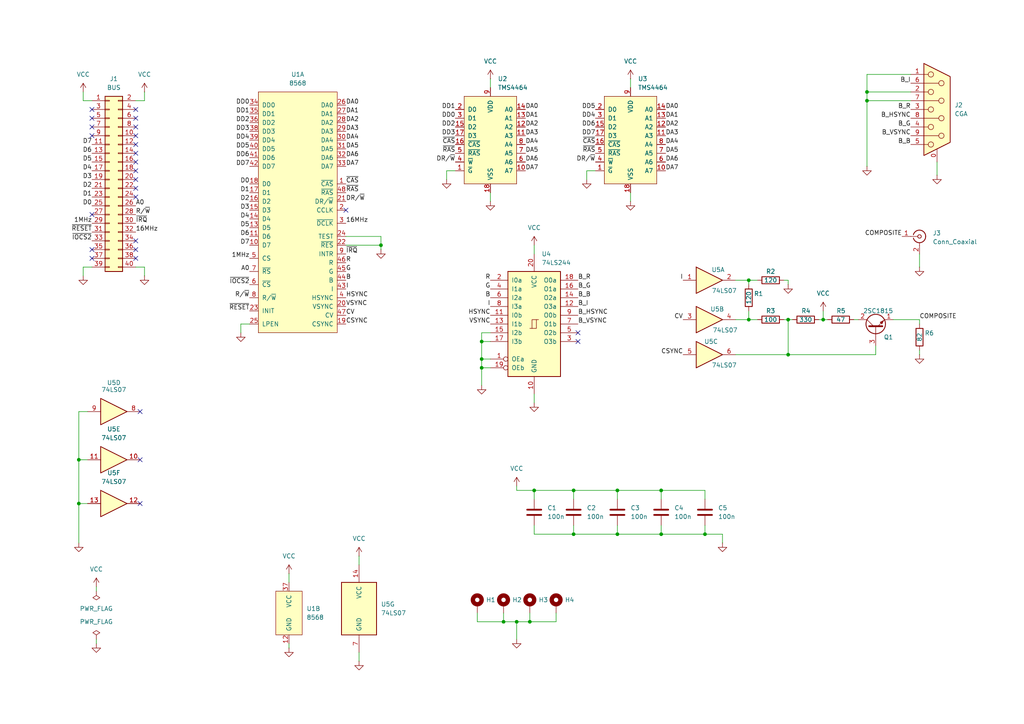
<source format=kicad_sch>
(kicad_sch (version 20250114) (generator "eeschema") (generator_version "9.0")
  (paper "A4")
  (lib_symbols
    (symbol "74xx:74LS07" (pin_names (offset 1.016))
      (property "Reference" "U" (at 0 1.27 0))
      (property "Value" "74LS07" (at 0 -1.27 0))
      (symbol "74LS07_1_0"
        (polyline (pts (xy -3.81 3.81) (xy -3.81 -3.81) (xy 3.81 0) (xy -3.81 3.81)) (stroke (width 0.254)) (fill (type background)))
        (pin input line (at -7.62 0 0) (length 3.81) (name "~") (number "1"))
        (pin open_collector line (at 7.62 0 180) (length 3.81) (name "~") (number "2"))
      )
      (symbol "74LS07_2_0"
        (polyline (pts (xy -3.81 3.81) (xy -3.81 -3.81) (xy 3.81 0) (xy -3.81 3.81)) (stroke (width 0.254)) (fill (type background)))
        (pin input line (at -7.62 0 0) (length 3.81) (name "~") (number "3"))
        (pin open_collector line (at 7.62 0 180) (length 3.81) (name "~") (number "4"))
      )
      (symbol "74LS07_3_0"
        (polyline (pts (xy -3.81 3.81) (xy -3.81 -3.81) (xy 3.81 0) (xy -3.81 3.81)) (stroke (width 0.254)) (fill (type background)))
        (pin input line (at -7.62 0 0) (length 3.81) (name "~") (number "5"))
        (pin open_collector line (at 7.62 0 180) (length 3.81) (name "~") (number "6"))
      )
      (symbol "74LS07_4_0"
        (polyline (pts (xy -3.81 3.81) (xy -3.81 -3.81) (xy 3.81 0) (xy -3.81 3.81)) (stroke (width 0.254)) (fill (type background)))
        (pin input line (at -7.62 0 0) (length 3.81) (name "~") (number "9"))
        (pin open_collector line (at 7.62 0 180) (length 3.81) (name "~") (number "8"))
      )
      (symbol "74LS07_5_0"
        (polyline (pts (xy -3.81 3.81) (xy -3.81 -3.81) (xy 3.81 0) (xy -3.81 3.81)) (stroke (width 0.254)) (fill (type background)))
        (pin input line (at -7.62 0 0) (length 3.81) (name "~") (number "11"))
        (pin open_collector line (at 7.62 0 180) (length 3.81) (name "~") (number "10"))
      )
      (symbol "74LS07_6_0"
        (polyline (pts (xy -3.81 3.81) (xy -3.81 -3.81) (xy 3.81 0) (xy -3.81 3.81)) (stroke (width 0.254)) (fill (type background)))
        (pin input line (at -7.62 0 0) (length 3.81) (name "~") (number "13"))
        (pin open_collector line (at 7.62 0 180) (length 3.81) (name "~") (number "12"))
      )
      (symbol "74LS07_7_0"
        (pin power_in line (at 0 12.7 270) (length 5.08) (name "VCC") (number "14"))
        (pin power_in line (at 0 -12.7 90) (length 5.08) (name "GND") (number "7"))
      )
      (symbol "74LS07_7_1"
        (rectangle (start -5.08 7.62) (end 5.08 -7.62) (stroke (width 0.254)) (fill (type background)))
      )
    )
    (symbol "74xx:74LS244" (pin_names (offset 1.016))
      (property "Reference" "U" (at -7.62 16.51 0))
      (property "Value" "74LS244" (at -7.62 -16.51 0))
      (symbol "74LS244_1_0"
        (polyline (pts (xy -1.27 -1.27) (xy 0.635 -1.27) (xy 0.635 1.27) (xy 1.27 1.27)))
        (polyline (pts (xy -0.635 -1.27) (xy -0.635 1.27) (xy 0.635 1.27)))
        (pin input line (at -12.7 12.7 0) (length 5.08) (name "I0a") (number "2"))
        (pin input line (at -12.7 10.16 0) (length 5.08) (name "I1a") (number "4"))
        (pin input line (at -12.7 7.62 0) (length 5.08) (name "I2a") (number "6"))
        (pin input line (at -12.7 5.08 0) (length 5.08) (name "I3a") (number "8"))
        (pin input line (at -12.7 2.54 0) (length 5.08) (name "I0b") (number "11"))
        (pin input line (at -12.7 0 0) (length 5.08) (name "I1b") (number "13"))
        (pin input line (at -12.7 -2.54 0) (length 5.08) (name "I2b") (number "15"))
        (pin input line (at -12.7 -5.08 0) (length 5.08) (name "I3b") (number "17"))
        (pin input inverted (at -12.7 -10.16 0) (length 5.08) (name "OEa") (number "1"))
        (pin input inverted (at -12.7 -12.7 0) (length 5.08) (name "OEb") (number "19"))
        (pin power_in line (at 0 20.32 270) (length 5.08) (name "VCC") (number "20"))
        (pin power_in line (at 0 -20.32 90) (length 5.08) (name "GND") (number "10"))
        (pin tri_state line (at 12.7 12.7 180) (length 5.08) (name "O0a") (number "18"))
        (pin tri_state line (at 12.7 10.16 180) (length 5.08) (name "O1a") (number "16"))
        (pin tri_state line (at 12.7 7.62 180) (length 5.08) (name "O2a") (number "14"))
        (pin tri_state line (at 12.7 5.08 180) (length 5.08) (name "O3a") (number "12"))
        (pin tri_state line (at 12.7 2.54 180) (length 5.08) (name "O0b") (number "9"))
        (pin tri_state line (at 12.7 0 180) (length 5.08) (name "O1b") (number "7"))
        (pin tri_state line (at 12.7 -2.54 180) (length 5.08) (name "O2b") (number "5"))
        (pin tri_state line (at 12.7 -5.08 180) (length 5.08) (name "O3b") (number "3"))
      )
      (symbol "74LS244_1_1"
        (rectangle (start -7.62 15.24) (end 7.62 -15.24) (stroke (width 0.254)) (fill (type background)))
      )
    )
    (symbol "Connector:Conn_Coaxial" (pin_names (offset 1.016) (hide yes))
      (property "Reference" "J" (at 0.254 3.048 0))
      (property "Value" "Conn_Coaxial" (at 2.921 0 90))
      (symbol "Conn_Coaxial_0_1"
        (polyline (pts (xy -2.54 0) (xy -0.508 0)))
        (arc (start 1.778 0) (mid 0.222 -1.8079) (end -1.778 -0.508) (stroke (width 0.254)))
        (arc (start -1.778 0.508) (mid 0.2221 1.8084) (end 1.778 0) (stroke (width 0.254)))
        (circle (center 0 0) (radius 0.508) (stroke (width 0.2032)))
        (polyline (pts (xy 0 -2.54) (xy 0 -1.778)))
      )
      (symbol "Conn_Coaxial_1_1"
        (pin passive line (at -5.08 0 0) (length 2.54) (name "In") (number "1"))
        (pin passive line (at 0 -5.08 90) (length 2.54) (name "Ext") (number "2"))
      )
    )
    (symbol "Connector:DE9_Socket_MountingHoles" (pin_names (offset 1.016) (hide yes))
      (property "Reference" "J" (at 0 16.51 0))
      (property "Value" "DE9_Socket_MountingHoles" (at 0 14.605 0))
      (symbol "DE9_Socket_MountingHoles_0_1"
        (polyline (pts (xy -3.81 13.335) (xy -3.81 -13.335) (xy 3.81 -9.525) (xy 3.81 9.525) (xy -3.81 13.335)) (stroke (width 0.254)) (fill (type background)))
        (polyline (pts (xy -3.81 10.16) (xy -2.54 10.16)))
        (polyline (pts (xy -3.81 7.62) (xy 0.508 7.62)))
        (polyline (pts (xy -3.81 5.08) (xy -2.54 5.08)))
        (polyline (pts (xy -3.81 2.54) (xy 0.508 2.54)))
        (polyline (pts (xy -3.81 0) (xy -2.54 0)))
        (polyline (pts (xy -3.81 -2.54) (xy 0.508 -2.54)))
        (polyline (pts (xy -3.81 -5.08) (xy -2.54 -5.08)))
        (polyline (pts (xy -3.81 -7.62) (xy 0.508 -7.62)))
        (polyline (pts (xy -3.81 -10.16) (xy -2.54 -10.16)))
        (circle (center -1.778 10.16) (radius 0.762))
        (circle (center -1.778 5.08) (radius 0.762))
        (circle (center -1.778 0) (radius 0.762))
        (circle (center -1.778 -5.08) (radius 0.762))
        (circle (center -1.778 -10.16) (radius 0.762))
        (circle (center 1.27 7.62) (radius 0.762))
        (circle (center 1.27 2.54) (radius 0.762))
        (circle (center 1.27 -2.54) (radius 0.762))
        (circle (center 1.27 -7.62) (radius 0.762))
      )
      (symbol "DE9_Socket_MountingHoles_1_1"
        (pin passive line (at -7.62 10.16 0) (length 3.81) (name "1") (number "1"))
        (pin passive line (at -7.62 7.62 0) (length 3.81) (name "6") (number "6"))
        (pin passive line (at -7.62 5.08 0) (length 3.81) (name "2") (number "2"))
        (pin passive line (at -7.62 2.54 0) (length 3.81) (name "7") (number "7"))
        (pin passive line (at -7.62 0 0) (length 3.81) (name "3") (number "3"))
        (pin passive line (at -7.62 -2.54 0) (length 3.81) (name "8") (number "8"))
        (pin passive line (at -7.62 -5.08 0) (length 3.81) (name "4") (number "4"))
        (pin passive line (at -7.62 -7.62 0) (length 3.81) (name "9") (number "9"))
        (pin passive line (at -7.62 -10.16 0) (length 3.81) (name "5") (number "5"))
        (pin passive line (at 0 -15.24 90) (length 3.81) (name "PAD") (number "0"))
      )
    )
    (symbol "Connector_Generic:Conn_02x20_Odd_Even" (pin_names (offset 1.016) (hide yes))
      (property "Reference" "J" (at 1.27 25.4 0))
      (property "Value" "Conn_02x20_Odd_Even" (at 1.27 -27.94 0))
      (symbol "Conn_02x20_Odd_Even_1_1"
        (rectangle (start -1.27 24.13) (end 3.81 -26.67) (stroke (width 0.254)) (fill (type background)))
        (rectangle (start -1.27 22.987) (end 0 22.733) (stroke (width 0.1524)))
        (rectangle (start -1.27 20.447) (end 0 20.193) (stroke (width 0.1524)))
        (rectangle (start -1.27 17.907) (end 0 17.653) (stroke (width 0.1524)))
        (rectangle (start -1.27 15.367) (end 0 15.113) (stroke (width 0.1524)))
        (rectangle (start -1.27 12.827) (end 0 12.573) (stroke (width 0.1524)))
        (rectangle (start -1.27 10.287) (end 0 10.033) (stroke (width 0.1524)))
        (rectangle (start -1.27 7.747) (end 0 7.493) (stroke (width 0.1524)))
        (rectangle (start -1.27 5.207) (end 0 4.953) (stroke (width 0.1524)))
        (rectangle (start -1.27 2.667) (end 0 2.413) (stroke (width 0.1524)))
        (rectangle (start -1.27 0.127) (end 0 -0.127) (stroke (width 0.1524)))
        (rectangle (start -1.27 -2.413) (end 0 -2.667) (stroke (width 0.1524)))
        (rectangle (start -1.27 -4.953) (end 0 -5.207) (stroke (width 0.1524)))
        (rectangle (start -1.27 -7.493) (end 0 -7.747) (stroke (width 0.1524)))
        (rectangle (start -1.27 -10.033) (end 0 -10.287) (stroke (width 0.1524)))
        (rectangle (start -1.27 -12.573) (end 0 -12.827) (stroke (width 0.1524)))
        (rectangle (start -1.27 -15.113) (end 0 -15.367) (stroke (width 0.1524)))
        (rectangle (start -1.27 -17.653) (end 0 -17.907) (stroke (width 0.1524)))
        (rectangle (start -1.27 -20.193) (end 0 -20.447) (stroke (width 0.1524)))
        (rectangle (start -1.27 -22.733) (end 0 -22.987) (stroke (width 0.1524)))
        (rectangle (start -1.27 -25.273) (end 0 -25.527) (stroke (width 0.1524)))
        (rectangle (start 3.81 22.987) (end 2.54 22.733) (stroke (width 0.1524)))
        (rectangle (start 3.81 20.447) (end 2.54 20.193) (stroke (width 0.1524)))
        (rectangle (start 3.81 17.907) (end 2.54 17.653) (stroke (width 0.1524)))
        (rectangle (start 3.81 15.367) (end 2.54 15.113) (stroke (width 0.1524)))
        (rectangle (start 3.81 12.827) (end 2.54 12.573) (stroke (width 0.1524)))
        (rectangle (start 3.81 10.287) (end 2.54 10.033) (stroke (width 0.1524)))
        (rectangle (start 3.81 7.747) (end 2.54 7.493) (stroke (width 0.1524)))
        (rectangle (start 3.81 5.207) (end 2.54 4.953) (stroke (width 0.1524)))
        (rectangle (start 3.81 2.667) (end 2.54 2.413) (stroke (width 0.1524)))
        (rectangle (start 3.81 0.127) (end 2.54 -0.127) (stroke (width 0.1524)))
        (rectangle (start 3.81 -2.413) (end 2.54 -2.667) (stroke (width 0.1524)))
        (rectangle (start 3.81 -4.953) (end 2.54 -5.207) (stroke (width 0.1524)))
        (rectangle (start 3.81 -7.493) (end 2.54 -7.747) (stroke (width 0.1524)))
        (rectangle (start 3.81 -10.033) (end 2.54 -10.287) (stroke (width 0.1524)))
        (rectangle (start 3.81 -12.573) (end 2.54 -12.827) (stroke (width 0.1524)))
        (rectangle (start 3.81 -15.113) (end 2.54 -15.367) (stroke (width 0.1524)))
        (rectangle (start 3.81 -17.653) (end 2.54 -17.907) (stroke (width 0.1524)))
        (rectangle (start 3.81 -20.193) (end 2.54 -20.447) (stroke (width 0.1524)))
        (rectangle (start 3.81 -22.733) (end 2.54 -22.987) (stroke (width 0.1524)))
        (rectangle (start 3.81 -25.273) (end 2.54 -25.527) (stroke (width 0.1524)))
        (pin passive line (at -5.08 22.86 0) (length 3.81) (name "Pin_1") (number "1"))
        (pin passive line (at -5.08 20.32 0) (length 3.81) (name "Pin_3") (number "3"))
        (pin passive line (at -5.08 17.78 0) (length 3.81) (name "Pin_5") (number "5"))
        (pin passive line (at -5.08 15.24 0) (length 3.81) (name "Pin_7") (number "7"))
        (pin passive line (at -5.08 12.7 0) (length 3.81) (name "Pin_9") (number "9"))
        (pin passive line (at -5.08 10.16 0) (length 3.81) (name "Pin_11") (number "11"))
        (pin passive line (at -5.08 7.62 0) (length 3.81) (name "Pin_13") (number "13"))
        (pin passive line (at -5.08 5.08 0) (length 3.81) (name "Pin_15") (number "15"))
        (pin passive line (at -5.08 2.54 0) (length 3.81) (name "Pin_17") (number "17"))
        (pin passive line (at -5.08 0 0) (length 3.81) (name "Pin_19") (number "19"))
        (pin passive line (at -5.08 -2.54 0) (length 3.81) (name "Pin_21") (number "21"))
        (pin passive line (at -5.08 -5.08 0) (length 3.81) (name "Pin_23") (number "23"))
        (pin passive line (at -5.08 -7.62 0) (length 3.81) (name "Pin_25") (number "25"))
        (pin passive line (at -5.08 -10.16 0) (length 3.81) (name "Pin_27") (number "27"))
        (pin passive line (at -5.08 -12.7 0) (length 3.81) (name "Pin_29") (number "29"))
        (pin passive line (at -5.08 -15.24 0) (length 3.81) (name "Pin_31") (number "31"))
        (pin passive line (at -5.08 -17.78 0) (length 3.81) (name "Pin_33") (number "33"))
        (pin passive line (at -5.08 -20.32 0) (length 3.81) (name "Pin_35") (number "35"))
        (pin passive line (at -5.08 -22.86 0) (length 3.81) (name "Pin_37") (number "37"))
        (pin passive line (at -5.08 -25.4 0) (length 3.81) (name "Pin_39") (number "39"))
        (pin passive line (at 7.62 22.86 180) (length 3.81) (name "Pin_2") (number "2"))
        (pin passive line (at 7.62 20.32 180) (length 3.81) (name "Pin_4") (number "4"))
        (pin passive line (at 7.62 17.78 180) (length 3.81) (name "Pin_6") (number "6"))
        (pin passive line (at 7.62 15.24 180) (length 3.81) (name "Pin_8") (number "8"))
        (pin passive line (at 7.62 12.7 180) (length 3.81) (name "Pin_10") (number "10"))
        (pin passive line (at 7.62 10.16 180) (length 3.81) (name "Pin_12") (number "12"))
        (pin passive line (at 7.62 7.62 180) (length 3.81) (name "Pin_14") (number "14"))
        (pin passive line (at 7.62 5.08 180) (length 3.81) (name "Pin_16") (number "16"))
        (pin passive line (at 7.62 2.54 180) (length 3.81) (name "Pin_18") (number "18"))
        (pin passive line (at 7.62 0 180) (length 3.81) (name "Pin_20") (number "20"))
        (pin passive line (at 7.62 -2.54 180) (length 3.81) (name "Pin_22") (number "22"))
        (pin passive line (at 7.62 -5.08 180) (length 3.81) (name "Pin_24") (number "24"))
        (pin passive line (at 7.62 -7.62 180) (length 3.81) (name "Pin_26") (number "26"))
        (pin passive line (at 7.62 -10.16 180) (length 3.81) (name "Pin_28") (number "28"))
        (pin passive line (at 7.62 -12.7 180) (length 3.81) (name "Pin_30") (number "30"))
        (pin passive line (at 7.62 -15.24 180) (length 3.81) (name "Pin_32") (number "32"))
        (pin passive line (at 7.62 -17.78 180) (length 3.81) (name "Pin_34") (number "34"))
        (pin passive line (at 7.62 -20.32 180) (length 3.81) (name "Pin_36") (number "36"))
        (pin passive line (at 7.62 -22.86 180) (length 3.81) (name "Pin_38") (number "38"))
        (pin passive line (at 7.62 -25.4 180) (length 3.81) (name "Pin_40") (number "40"))
      )
    )
    (symbol "Device:C" (pin_numbers (hide yes)) (pin_names (offset 0.254))
      (property "Reference" "C" (at 0.635 2.54 0))
      (property "Value" "C" (at 0.635 -2.54 0))
      (symbol "C_0_1"
        (polyline (pts (xy -2.032 0.762) (xy 2.032 0.762)) (stroke (width 0.508)))
        (polyline (pts (xy -2.032 -0.762) (xy 2.032 -0.762)) (stroke (width 0.508)))
      )
      (symbol "C_1_1"
        (pin passive line (at 0 3.81 270) (length 2.794) (name "~") (number "1"))
        (pin passive line (at 0 -3.81 90) (length 2.794) (name "~") (number "2"))
      )
    )
    (symbol "Device:R" (pin_numbers (hide yes)) (pin_names (offset 0))
      (property "Reference" "R" (at 2.032 0 90))
      (property "Value" "R" (at 0 0 90))
      (symbol "R_0_1"
        (rectangle (start -1.016 -2.54) (end 1.016 2.54) (stroke (width 0.254)))
      )
      (symbol "R_1_1"
        (pin passive line (at 0 3.81 270) (length 1.27) (name "~") (number "1"))
        (pin passive line (at 0 -3.81 90) (length 1.27) (name "~") (number "2"))
      )
    )
    (symbol "Mechanical:MountingHole_Pad" (pin_numbers (hide yes)) (pin_names (offset 1.016) (hide yes)) (in_bom no)
      (property "Reference" "H" (at 0 6.35 0))
      (property "Value" "MountingHole_Pad" (at 0 4.445 0))
      (symbol "MountingHole_Pad_0_1"
        (circle (center 0 1.27) (radius 1.27) (stroke (width 1.27)))
      )
      (symbol "MountingHole_Pad_1_1"
        (pin input line (at 0 -2.54 90) (length 2.54) (name "1") (number "1"))
      )
    )
    (symbol "Retro6502:8568" (pin_names (offset 1.016))
      (property "Reference" "U1" (at 0 38.1 0))
      (property "Value" "8568" (at 0 35.56 0))
      (property "Mouser" "517-4848-6000-CP" (at 0 0 0))
      (symbol "8568_1_1"
        (rectangle (start -11.43 33.02) (end 11.43 -36.83) (fill (type background)))
        (pin bidirectional line (at -13.97 29.21 0) (length 2.54) (name "DD0") (number "34"))
        (pin bidirectional line (at -13.97 26.67 0) (length 2.54) (name "DD1") (number "35"))
        (pin bidirectional line (at -13.97 24.13 0) (length 2.54) (name "DD2") (number "36"))
        (pin bidirectional line (at -13.97 21.59 0) (length 2.54) (name "DD3") (number "38"))
        (pin bidirectional line (at -13.97 19.05 0) (length 2.54) (name "DD4") (number "39"))
        (pin bidirectional line (at -13.97 16.51 0) (length 2.54) (name "DD5") (number "40"))
        (pin bidirectional line (at -13.97 13.97 0) (length 2.54) (name "DD6") (number "41"))
        (pin bidirectional line (at -13.97 11.43 0) (length 2.54) (name "DD7") (number "42"))
        (pin bidirectional line (at -13.97 6.35 0) (length 2.54) (name "D0") (number "18"))
        (pin bidirectional line (at -13.97 3.81 0) (length 2.54) (name "D1") (number "17"))
        (pin bidirectional line (at -13.97 1.27 0) (length 2.54) (name "D2") (number "16"))
        (pin bidirectional line (at -13.97 -1.27 0) (length 2.54) (name "D3") (number "15"))
        (pin bidirectional line (at -13.97 -3.81 0) (length 2.54) (name "D4") (number "14"))
        (pin bidirectional line (at -13.97 -6.35 0) (length 2.54) (name "D5") (number "13"))
        (pin bidirectional line (at -13.97 -8.89 0) (length 2.54) (name "D6") (number "11"))
        (pin bidirectional line (at -13.97 -11.43 0) (length 2.54) (name "D7") (number "10"))
        (pin input line (at -13.97 -15.24 0) (length 2.54) (name "CS") (number "5"))
        (pin input line (at -13.97 -19.05 0) (length 2.54) (name "~{RS}") (number "7"))
        (pin input line (at -13.97 -22.86 0) (length 2.54) (name "~{CS}") (number "6"))
        (pin input line (at -13.97 -26.67 0) (length 2.54) (name "R/~{W}") (number "8"))
        (pin input line (at -13.97 -30.48 0) (length 2.54) (name "INIT") (number "23"))
        (pin input line (at -13.97 -34.29 0) (length 2.54) (name "LPEN") (number "25"))
        (pin bidirectional line (at 13.97 29.21 180) (length 2.54) (name "DA0") (number "26"))
        (pin bidirectional line (at 13.97 26.67 180) (length 2.54) (name "DA1") (number "27"))
        (pin bidirectional line (at 13.97 24.13 180) (length 2.54) (name "DA2") (number "28"))
        (pin bidirectional line (at 13.97 21.59 180) (length 2.54) (name "DA3") (number "29"))
        (pin bidirectional line (at 13.97 19.05 180) (length 2.54) (name "DA4") (number "30"))
        (pin bidirectional line (at 13.97 16.51 180) (length 2.54) (name "DA5") (number "31"))
        (pin bidirectional line (at 13.97 13.97 180) (length 2.54) (name "DA6") (number "32"))
        (pin bidirectional line (at 13.97 11.43 180) (length 2.54) (name "DA7") (number "33"))
        (pin output line (at 13.97 6.35 180) (length 2.54) (name "~{CAS}") (number "1"))
        (pin output line (at 13.97 3.81 180) (length 2.54) (name "~{RAS}") (number "48"))
        (pin output line (at 13.97 1.27 180) (length 2.54) (name "DR/~{W}") (number "21"))
        (pin output line (at 13.97 -1.27 180) (length 2.54) (name "CCLK") (number "2"))
        (pin input line (at 13.97 -5.08 180) (length 2.54) (name "~{DCLK}") (number "3"))
        (pin input line (at 13.97 -8.89 180) (length 2.54) (name "TEST") (number "24"))
        (pin input line (at 13.97 -11.43 180) (length 2.54) (name "~{RES}") (number "22"))
        (pin output line (at 13.97 -13.97 180) (length 2.54) (name "INTR") (number "9"))
        (pin output line (at 13.97 -16.51 180) (length 2.54) (name "R") (number "46"))
        (pin output line (at 13.97 -19.05 180) (length 2.54) (name "G") (number "45"))
        (pin output line (at 13.97 -21.59 180) (length 2.54) (name "B") (number "44"))
        (pin output line (at 13.97 -24.13 180) (length 2.54) (name "I") (number "43"))
        (pin output line (at 13.97 -26.67 180) (length 2.54) (name "HSYNC") (number "4"))
        (pin output line (at 13.97 -29.21 180) (length 2.54) (name "VSYNC") (number "20"))
        (pin output line (at 13.97 -31.75 180) (length 2.54) (name "CV") (number "47"))
        (pin output line (at 13.97 -34.29 180) (length 2.54) (name "CSYNC") (number "19"))
      )
      (symbol "8568_2_1"
        (rectangle (start -3.81 6.35) (end 3.81 -6.35) (fill (type background)))
        (pin power_in line (at 0 8.89 270) (length 2.54) (name "VCC") (number "37"))
        (pin power_in line (at 0 -8.89 90) (length 2.54) (name "GND") (number "12"))
      )
    )
    (symbol "Retro6502:TMS4464" (pin_names (offset 1.016))
      (property "Reference" "U2" (at 2.1433 17.78 0))
      (property "Value" "TMS4464" (at 2.1433 15.24 0))
      (symbol "TMS4464_0_1"
        (rectangle (start -7.62 12.7) (end 7.62 -12.7) (fill (type background)))
      )
      (symbol "TMS4464_1_1"
        (pin tri_state line (at -10.16 8.89 0) (length 2.54) (name "D0") (number "2"))
        (pin tri_state line (at -10.16 6.35 0) (length 2.54) (name "D1") (number "3"))
        (pin tri_state line (at -10.16 3.81 0) (length 2.54) (name "D2") (number "15"))
        (pin tri_state line (at -10.16 1.27 0) (length 2.54) (name "D3") (number "17"))
        (pin input line (at -10.16 -1.27 0) (length 2.54) (name "~{CAS}") (number "16"))
        (pin input line (at -10.16 -3.81 0) (length 2.54) (name "~{RAS}") (number "5"))
        (pin input line (at -10.16 -6.35 0) (length 2.54) (name "~{W}") (number "4"))
        (pin input line (at -10.16 -8.89 0) (length 2.54) (name "~{G}") (number "1"))
        (pin power_in line (at 0 15.24 270) (length 2.54) (name "VDD") (number "9"))
        (pin power_in line (at 0 -15.24 90) (length 2.54) (name "VSS") (number "18"))
        (pin input line (at 10.16 8.89 180) (length 2.54) (name "A0") (number "14"))
        (pin input line (at 10.16 6.35 180) (length 2.54) (name "A1") (number "13"))
        (pin input line (at 10.16 3.81 180) (length 2.54) (name "A2") (number "12"))
        (pin input line (at 10.16 1.27 180) (length 2.54) (name "A3") (number "11"))
        (pin input line (at 10.16 -1.27 180) (length 2.54) (name "A4") (number "8"))
        (pin input line (at 10.16 -3.81 180) (length 2.54) (name "A5") (number "7"))
        (pin input line (at 10.16 -6.35 180) (length 2.54) (name "A6") (number "6"))
        (pin input line (at 10.16 -8.89 180) (length 2.54) (name "A7") (number "10"))
      )
    )
    (symbol "Transistor_BJT:Q_NPN_ECB" (pin_names (offset 0) (hide yes))
      (property "Reference" "Q" (at 5.08 1.27 0))
      (property "Value" "Q_NPN_ECB" (at 5.08 -1.27 0))
      (symbol "Q_NPN_ECB_0_1"
        (polyline (pts (xy -2.54 0) (xy 0.635 0)))
        (polyline (pts (xy 0.635 1.905) (xy 0.635 -1.905)) (stroke (width 0.508)))
        (circle (center 1.27 0) (radius 2.8194) (stroke (width 0.254)))
      )
      (symbol "Q_NPN_ECB_1_1"
        (polyline (pts (xy 0.635 0.635) (xy 2.54 2.54)))
        (polyline (pts (xy 0.635 -0.635) (xy 2.54 -2.54)))
        (polyline (pts (xy 1.27 -1.778) (xy 1.778 -1.27) (xy 2.286 -2.286) (xy 1.27 -1.778)) (fill (type outline)))
        (pin input line (at -5.08 0 0) (length 2.54) (name "B") (number "3"))
        (pin passive line (at 2.54 5.08 270) (length 2.54) (name "C") (number "2"))
        (pin passive line (at 2.54 -5.08 90) (length 2.54) (name "E") (number "1"))
      )
    )
    (symbol "power:GND" (power) (pin_numbers (hide yes)) (pin_names (offset 0) (hide yes))
      (property "Value" "GND" (at 0 -3.81 0))
      (symbol "GND_0_1"
        (polyline (pts (xy 0 0) (xy 0 -1.27) (xy 1.27 -1.27) (xy 0 -2.54) (xy -1.27 -1.27) (xy 0 -1.27)))
      )
      (symbol "GND_1_1"
        (pin power_in line (at 0 0 270) (length 0) (name "~") (number "1"))
      )
    )
    (symbol "power:PWR_FLAG" (power) (pin_numbers (hide yes)) (pin_names (offset 0) (hide yes))
      (property "Value" "PWR_FLAG" (at 0 3.81 0))
      (symbol "PWR_FLAG_0_0"
        (pin power_out line (at 0 0 90) (length 0) (name "~") (number "1"))
      )
      (symbol "PWR_FLAG_0_1"
        (polyline (pts (xy 0 0) (xy 0 1.27) (xy -1.016 1.905) (xy 0 2.54) (xy 1.016 1.905) (xy 0 1.27)))
      )
    )
    (symbol "power:VCC" (power) (pin_numbers (hide yes)) (pin_names (offset 0) (hide yes))
      (property "Value" "VCC" (at 0 3.556 0))
      (symbol "VCC_0_1"
        (polyline (pts (xy -0.762 1.27) (xy 0 2.54)))
        (polyline (pts (xy 0 2.54) (xy 0.762 1.27)))
        (polyline (pts (xy 0 0) (xy 0 2.54)))
      )
      (symbol "VCC_1_1"
        (pin power_in line (at 0 0 90) (length 0) (name "~") (number "1"))
      )
    )
  )
  (junction (at 22.86 146.05))
  (junction (at 110.49 71.12))
  (junction (at 166.37 154.94))
  (junction (at 251.46 26.67))
  (junction (at 191.77 154.94))
  (junction (at 238.76 92.71))
  (junction (at 139.7 106.68))
  (junction (at 154.94 142.24))
  (junction (at 228.6 92.71))
  (junction (at 228.6 102.87))
  (junction (at 139.7 99.06))
  (junction (at 22.86 133.35))
  (junction (at 251.46 29.21))
  (junction (at 149.86 180.34))
  (junction (at 179.07 142.24))
  (junction (at 139.7 104.14))
  (junction (at 217.17 81.28))
  (junction (at 191.77 142.24))
  (junction (at 179.07 154.94))
  (junction (at 217.17 92.71))
  (junction (at 166.37 142.24))
  (junction (at 146.05 180.34))
  (junction (at 204.47 154.94))
  (junction (at 153.67 180.34))
  (no_connect (at 26.67 31.75))
  (no_connect (at 39.37 41.91))
  (no_connect (at 100.33 60.96))
  (no_connect (at 39.37 31.75))
  (no_connect (at 26.67 72.39))
  (no_connect (at 39.37 54.61))
  (no_connect (at 39.37 69.85))
  (no_connect (at 26.67 36.83))
  (no_connect (at 39.37 74.93))
  (no_connect (at 39.37 57.15))
  (no_connect (at 40.64 146.05))
  (no_connect (at 39.37 36.83))
  (no_connect (at 39.37 49.53))
  (no_connect (at 26.67 39.37))
  (no_connect (at 39.37 34.29))
  (no_connect (at 39.37 44.45))
  (no_connect (at 40.64 133.35))
  (no_connect (at 26.67 62.23))
  (no_connect (at 26.67 34.29))
  (no_connect (at 39.37 52.07))
  (no_connect (at 26.67 74.93))
  (no_connect (at 167.64 99.06))
  (no_connect (at 40.64 119.38))
  (no_connect (at 39.37 46.99))
  (no_connect (at 39.37 72.39))
  (no_connect (at 39.37 39.37))
  (no_connect (at 167.64 96.52))
  (wire (pts (xy 146.05 177.8) (xy 146.05 180.34)))
  (wire (pts (xy 104.14 189.23) (xy 104.14 191.77)))
  (wire (pts (xy 27.94 185.42) (xy 27.94 186.69)))
  (wire (pts (xy 166.37 154.94) (xy 179.07 154.94)))
  (wire (pts (xy 139.7 96.52) (xy 139.7 99.06)))
  (wire (pts (xy 217.17 92.71) (xy 219.71 92.71)))
  (wire (pts (xy 22.86 146.05) (xy 22.86 157.48)))
  (wire (pts (xy 217.17 81.28) (xy 219.71 81.28)))
  (wire (pts (xy 166.37 142.24) (xy 166.37 144.78)))
  (wire (pts (xy 161.29 180.34) (xy 161.29 177.8)))
  (wire (pts (xy 238.76 92.71) (xy 238.76 90.17)))
  (wire (pts (xy 191.77 142.24) (xy 191.77 144.78)))
  (wire (pts (xy 154.94 142.24) (xy 166.37 142.24)))
  (wire (pts (xy 22.86 133.35) (xy 25.4 133.35)))
  (wire (pts (xy 191.77 154.94) (xy 204.47 154.94)))
  (wire (pts (xy 110.49 68.58) (xy 100.33 68.58)))
  (wire (pts (xy 251.46 26.67) (xy 251.46 29.21)))
  (wire (pts (xy 182.88 22.86) (xy 182.88 25.4)))
  (wire (pts (xy 27.94 171.45) (xy 27.94 170.18)))
  (wire (pts (xy 213.36 102.87) (xy 228.6 102.87)))
  (wire (pts (xy 149.86 180.34) (xy 149.86 185.42)))
  (wire (pts (xy 191.77 142.24) (xy 204.47 142.24)))
  (wire (pts (xy 110.49 72.39) (xy 110.49 71.12)))
  (wire (pts (xy 139.7 99.06) (xy 139.7 104.14)))
  (wire (pts (xy 251.46 21.59) (xy 251.46 26.67)))
  (wire (pts (xy 227.33 92.71) (xy 228.6 92.71)))
  (wire (pts (xy 271.78 46.99) (xy 271.78 50.8)))
  (wire (pts (xy 22.86 119.38) (xy 22.86 133.35)))
  (wire (pts (xy 39.37 29.21) (xy 41.91 29.21)))
  (wire (pts (xy 228.6 92.71) (xy 228.6 102.87)))
  (wire (pts (xy 24.13 77.47) (xy 26.67 77.47)))
  (wire (pts (xy 247.65 92.71) (xy 248.92 92.71)))
  (wire (pts (xy 154.94 142.24) (xy 154.94 144.78)))
  (wire (pts (xy 228.6 102.87) (xy 254 102.87)))
  (wire (pts (xy 138.43 180.34) (xy 146.05 180.34)))
  (wire (pts (xy 154.94 71.12) (xy 154.94 73.66)))
  (wire (pts (xy 170.18 52.07) (xy 170.18 49.53)))
  (wire (pts (xy 149.86 140.97) (xy 149.86 142.24)))
  (wire (pts (xy 217.17 82.55) (xy 217.17 81.28)))
  (wire (pts (xy 149.86 142.24) (xy 154.94 142.24)))
  (wire (pts (xy 142.24 96.52) (xy 139.7 96.52)))
  (wire (pts (xy 146.05 180.34) (xy 149.86 180.34)))
  (wire (pts (xy 237.49 92.71) (xy 238.76 92.71)))
  (wire (pts (xy 251.46 29.21) (xy 264.16 29.21)))
  (wire (pts (xy 217.17 90.17) (xy 217.17 92.71)))
  (wire (pts (xy 191.77 152.4) (xy 191.77 154.94)))
  (wire (pts (xy 129.54 49.53) (xy 132.08 49.53)))
  (wire (pts (xy 204.47 142.24) (xy 204.47 144.78)))
  (wire (pts (xy 139.7 106.68) (xy 139.7 111.76)))
  (wire (pts (xy 138.43 177.8) (xy 138.43 180.34)))
  (wire (pts (xy 251.46 29.21) (xy 251.46 48.26)))
  (wire (pts (xy 129.54 52.07) (xy 129.54 49.53)))
  (wire (pts (xy 182.88 55.88) (xy 182.88 58.42)))
  (wire (pts (xy 153.67 177.8) (xy 153.67 180.34)))
  (wire (pts (xy 69.85 93.98) (xy 72.39 93.98)))
  (wire (pts (xy 69.85 96.52) (xy 69.85 93.98)))
  (wire (pts (xy 266.7 73.66) (xy 266.7 77.47)))
  (wire (pts (xy 170.18 49.53) (xy 172.72 49.53)))
  (wire (pts (xy 139.7 106.68) (xy 142.24 106.68)))
  (wire (pts (xy 179.07 142.24) (xy 179.07 144.78)))
  (wire (pts (xy 26.67 29.21) (xy 24.13 29.21)))
  (wire (pts (xy 259.08 92.71) (xy 266.7 92.71)))
  (wire (pts (xy 179.07 142.24) (xy 191.77 142.24)))
  (wire (pts (xy 83.82 166.37) (xy 83.82 168.91)))
  (wire (pts (xy 204.47 154.94) (xy 209.55 154.94)))
  (wire (pts (xy 153.67 180.34) (xy 161.29 180.34)))
  (wire (pts (xy 41.91 77.47) (xy 39.37 77.47)))
  (wire (pts (xy 228.6 81.28) (xy 227.33 81.28)))
  (wire (pts (xy 254 102.87) (xy 254 100.33)))
  (wire (pts (xy 149.86 180.34) (xy 153.67 180.34)))
  (wire (pts (xy 41.91 26.67) (xy 41.91 29.21)))
  (wire (pts (xy 25.4 119.38) (xy 22.86 119.38)))
  (wire (pts (xy 142.24 55.88) (xy 142.24 58.42)))
  (wire (pts (xy 139.7 104.14) (xy 139.7 106.68)))
  (wire (pts (xy 166.37 142.24) (xy 179.07 142.24)))
  (wire (pts (xy 139.7 104.14) (xy 142.24 104.14)))
  (wire (pts (xy 213.36 81.28) (xy 217.17 81.28)))
  (wire (pts (xy 213.36 92.71) (xy 217.17 92.71)))
  (wire (pts (xy 228.6 81.28) (xy 228.6 82.55)))
  (wire (pts (xy 238.76 92.71) (xy 240.03 92.71)))
  (wire (pts (xy 179.07 154.94) (xy 191.77 154.94)))
  (wire (pts (xy 251.46 26.67) (xy 264.16 26.67)))
  (wire (pts (xy 166.37 152.4) (xy 166.37 154.94)))
  (wire (pts (xy 266.7 101.6) (xy 266.7 102.87)))
  (wire (pts (xy 22.86 146.05) (xy 25.4 146.05)))
  (wire (pts (xy 154.94 152.4) (xy 154.94 154.94)))
  (wire (pts (xy 104.14 161.29) (xy 104.14 163.83)))
  (wire (pts (xy 41.91 80.01) (xy 41.91 77.47)))
  (wire (pts (xy 209.55 154.94) (xy 209.55 157.48)))
  (wire (pts (xy 204.47 152.4) (xy 204.47 154.94)))
  (wire (pts (xy 110.49 71.12) (xy 110.49 68.58)))
  (wire (pts (xy 100.33 71.12) (xy 110.49 71.12)))
  (wire (pts (xy 264.16 21.59) (xy 251.46 21.59)))
  (wire (pts (xy 228.6 92.71) (xy 229.87 92.71)))
  (wire (pts (xy 179.07 152.4) (xy 179.07 154.94)))
  (wire (pts (xy 83.82 186.69) (xy 83.82 187.96)))
  (wire (pts (xy 139.7 99.06) (xy 142.24 99.06)))
  (wire (pts (xy 24.13 26.67) (xy 24.13 29.21)))
  (wire (pts (xy 142.24 22.86) (xy 142.24 25.4)))
  (wire (pts (xy 22.86 133.35) (xy 22.86 146.05)))
  (wire (pts (xy 266.7 92.71) (xy 266.7 93.98)))
  (wire (pts (xy 24.13 80.01) (xy 24.13 77.47)))
  (wire (pts (xy 154.94 154.94) (xy 166.37 154.94)))
  (wire (pts (xy 154.94 114.3) (xy 154.94 116.84)))
  (label "DD2" (at 132.08 36.83 180))
  (label "DD4" (at 172.72 34.29 180))
  (label "DA7" (at 100.33 48.26 0))
  (label "DD4" (at 72.39 40.64 180))
  (label "DA5" (at 193.04 44.45 0))
  (label "COMPOSITE" (at 266.7 92.71 0))
  (label "D3" (at 72.39 60.96 180))
  (label "DA4" (at 100.33 40.64 0))
  (label "DR{slash}~{W}" (at 172.72 46.99 180))
  (label "DA7" (at 193.04 49.53 0))
  (label "A0" (at 72.39 78.74 180))
  (label "B_B" (at 167.64 86.36 0))
  (label "R{slash}~{W}" (at 72.39 86.36 180))
  (label "VSYNC" (at 142.24 93.98 180))
  (label "DD6" (at 172.72 36.83 180))
  (label "I" (at 100.33 83.82 0))
  (label "D5" (at 72.39 66.04 180))
  (label "DA4" (at 193.04 41.91 0))
  (label "DA3" (at 152.4 39.37 0))
  (label "DA6" (at 100.33 45.72 0))
  (label "DR{slash}~{W}" (at 100.33 58.42 0))
  (label "G" (at 142.24 83.82 180))
  (label "~{RESET}" (at 26.67 67.31 180))
  (label "DD3" (at 72.39 38.1 180))
  (label "DA0" (at 193.04 31.75 0))
  (label "D1" (at 26.67 57.15 180))
  (label "D4" (at 26.67 49.53 180))
  (label "DD3" (at 132.08 39.37 180))
  (label "DD0" (at 72.39 30.48 180))
  (label "R" (at 100.33 76.2 0))
  (label "DA1" (at 193.04 34.29 0))
  (label "D3" (at 26.67 52.07 180))
  (label "CV" (at 198.12 92.71 180))
  (label "B_R" (at 167.64 81.28 0))
  (label "D0" (at 26.67 59.69 180))
  (label "~{RAS}" (at 100.33 55.88 0))
  (label "DD7" (at 172.72 39.37 180))
  (label "B_HSYNC" (at 264.16 34.29 180))
  (label "DA5" (at 100.33 43.18 0))
  (label "DA2" (at 193.04 36.83 0))
  (label "B_VSYNC" (at 167.64 93.98 0))
  (label "D1" (at 72.39 55.88 180))
  (label "DA6" (at 193.04 46.99 0))
  (label "B_I" (at 264.16 24.13 180))
  (label "D7" (at 26.67 41.91 180))
  (label "DA1" (at 100.33 33.02 0))
  (label "~{CAS}" (at 132.08 41.91 180))
  (label "~{RESET}" (at 72.39 90.17 180))
  (label "G" (at 100.33 78.74 0))
  (label "DD5" (at 72.39 43.18 180))
  (label "B_B" (at 264.16 41.91 180))
  (label "D6" (at 72.39 68.58 180))
  (label "~{CAS}" (at 172.72 41.91 180))
  (label "~{IRQ}" (at 100.33 73.66 0))
  (label "DA5" (at 152.4 44.45 0))
  (label "DD5" (at 172.72 31.75 180))
  (label "DA3" (at 100.33 38.1 0))
  (label "D4" (at 72.39 63.5 180))
  (label "DD6" (at 72.39 45.72 180))
  (label "16MHz" (at 100.33 64.77 0))
  (label "DA2" (at 100.33 35.56 0))
  (label "B_I" (at 167.64 88.9 0))
  (label "B_VSYNC" (at 264.16 39.37 180))
  (label "DA3" (at 193.04 39.37 0))
  (label "~{IRQ}" (at 39.37 64.77 0))
  (label "D6" (at 26.67 44.45 180))
  (label "DA4" (at 152.4 41.91 0))
  (label "~{RAS}" (at 132.08 44.45 180))
  (label "D2" (at 26.67 54.61 180))
  (label "D0" (at 72.39 53.34 180))
  (label "B" (at 100.33 81.28 0))
  (label "DA2" (at 152.4 36.83 0))
  (label "A0" (at 39.37 59.69 0))
  (label "I" (at 142.24 88.9 180))
  (label "DD1" (at 132.08 31.75 180))
  (label "D5" (at 26.67 46.99 180))
  (label "D7" (at 72.39 71.12 180))
  (label "DD0" (at 132.08 34.29 180))
  (label "HSYNC" (at 100.33 86.36 0))
  (label "DA1" (at 152.4 34.29 0))
  (label "DD7" (at 72.39 48.26 180))
  (label "CV" (at 100.33 91.44 0))
  (label "DD1" (at 72.39 33.02 180))
  (label "1MHz" (at 26.67 64.77 180))
  (label "B_HSYNC" (at 167.64 91.44 0))
  (label "DA7" (at 152.4 49.53 0))
  (label "I" (at 198.12 81.28 180))
  (label "B_G" (at 264.16 36.83 180))
  (label "COMPOSITE" (at 261.62 68.58 180))
  (label "R{slash}~{W}" (at 39.37 62.23 0))
  (label "1MHz" (at 72.39 74.93 180))
  (label "16MHz" (at 39.37 67.31 0))
  (label "~{IOCS2}" (at 26.67 69.85 180))
  (label "DA0" (at 152.4 31.75 0))
  (label "DD2" (at 72.39 35.56 180))
  (label "D2" (at 72.39 58.42 180))
  (label "B_R" (at 264.16 31.75 180))
  (label "CSYNC" (at 198.12 102.87 180))
  (label "B_G" (at 167.64 83.82 0))
  (label "~{RAS}" (at 172.72 44.45 180))
  (label "DR{slash}~{W}" (at 132.08 46.99 180))
  (label "DA6" (at 152.4 46.99 0))
  (label "~{IOCS2}" (at 72.39 82.55 180))
  (label "VSYNC" (at 100.33 88.9 0))
  (label "HSYNC" (at 142.24 91.44 180))
  (label "R" (at 142.24 81.28 180))
  (label "CSYNC" (at 100.33 93.98 0))
  (label "~{CAS}" (at 100.33 53.34 0))
  (label "B" (at 142.24 86.36 180))
  (label "DA0" (at 100.33 30.48 0))
  (symbol (lib_id "Device:R") (at 217.17 86.36 0) (unit 1) (in_bom no)
    (property "Reference" "R1" (at 218.6686 85.1916 0) (effects (justify left)))
    (property "Value" "120" (at 217.17 86.36 90))
    (property "Footprint" "Resistor_THT:R_Axial_DIN0207_L6.3mm_D2.5mm_P10.16mm_Horizontal" (effects (hide yes)))
    (property "Description" "Resistor" (effects (hide yes)))
  )
  (symbol (lib_id "Device:R") (at 223.52 81.28 270) (unit 1) (in_bom no)
    (property "Reference" "R2" (at 223.52 78.74 90))
    (property "Value" "120" (at 223.52 81.28 90))
    (property "Footprint" "Resistor_THT:R_Axial_DIN0207_L6.3mm_D2.5mm_P10.16mm_Horizontal" (effects (hide yes)))
    (property "Description" "Resistor" (effects (hide yes)))
  )
  (symbol (lib_id "Device:R") (at 223.52 92.71 270) (unit 1) (in_bom no)
    (property "Reference" "R3" (at 223.52 90.17 90))
    (property "Value" "100" (at 223.52 92.71 90))
    (property "Footprint" "Resistor_THT:R_Axial_DIN0207_L6.3mm_D2.5mm_P10.16mm_Horizontal" (effects (hide yes)))
    (property "Description" "Resistor" (effects (hide yes)))
  )
  (symbol (lib_id "Device:R") (at 233.68 92.71 90) (unit 1) (in_bom no)
    (property "Reference" "R4" (at 232.41 90.17 90) (effects (justify right)))
    (property "Value" "330" (at 233.68 92.71 90))
    (property "Footprint" "Resistor_THT:R_Axial_DIN0207_L6.3mm_D2.5mm_P10.16mm_Horizontal" (effects (hide yes)))
    (property "Description" "Resistor" (effects (hide yes)))
  )
  (symbol (lib_id "Transistor_BJT:Q_NPN_ECB") (at 254 95.25 90) (unit 1)
    (property "Reference" "Q1" (at 259.08 97.79 90) (effects (justify left)))
    (property "Value" "2SC1815" (at 259.08 90.17 90) (effects (justify left)))
    (property "Footprint" "Package_TO_SOT_THT:TO-92L_Inline_Wide" (effects (hide yes)))
    (property "Description" "NPN transistor, emitter/collector/base" (effects (hide yes)))
    (property "Mouser" "512-KSC1815YTA" (effects (hide yes)))
  )
  (symbol (lib_id "Device:R") (at 266.7 97.79 180) (unit 1) (in_bom no)
    (property "Reference" "R6" (at 268.1986 96.6216 0) (effects (justify right)))
    (property "Value" "82" (at 266.7 97.79 90))
    (property "Footprint" "Resistor_THT:R_Axial_DIN0207_L6.3mm_D2.5mm_P10.16mm_Horizontal" (effects (hide yes)))
    (property "Description" "Resistor" (effects (hide yes)))
  )
  (symbol (lib_id "Device:R") (at 243.84 92.71 90) (unit 1) (in_bom no)
    (property "Reference" "R5" (at 242.57 90.17 90) (effects (justify right)))
    (property "Value" "47" (at 243.84 92.71 90))
    (property "Footprint" "Resistor_THT:R_Axial_DIN0207_L6.3mm_D2.5mm_P10.16mm_Horizontal" (effects (hide yes)))
    (property "Description" "Resistor" (effects (hide yes)))
  )
  (symbol (lib_id "power:GND") (at 154.94 116.84 0) (unit 1)
    (property "Reference" "#PWR045" (effects (hide yes)))
    (property "Value" "GND" (effects (hide yes)))
    (property "Description" "Power symbol creates a global label with name \"GND\" , ground" (effects (hide yes)))
  )
  (symbol (lib_id "power:PWR_FLAG") (at 27.94 171.45 0) (mirror x) (unit 1)
    (property "Reference" "#FLG02" (effects (hide yes)))
    (property "Value" "PWR_FLAG" (at 27.94 176.53 0))
    (property "Description" "Special symbol for telling ERC where power comes from" (effects (hide yes)))
  )
  (symbol (lib_id "power:VCC") (at 142.24 22.86 0) (unit 1)
    (property "Reference" "#PWR033" (effects (hide yes)))
    (property "Value" "VCC" (at 142.24 17.78 0))
    (property "Description" "Power symbol creates a global label with name \"VCC\"" (effects (hide yes)))
  )
  (symbol (lib_id "power:VCC") (at 27.94 170.18 0) (unit 1)
    (property "Reference" "#PWR041" (effects (hide yes)))
    (property "Value" "VCC" (at 27.94 165.1 0))
    (property "Description" "Power symbol creates a global label with name \"VCC\"" (effects (hide yes)))
  )
  (symbol (lib_id "Connector:DE9_Socket_MountingHoles") (at 271.78 31.75 0) (unit 1)
    (property "Reference" "J2" (at 276.86 30.4799 0) (effects (justify left)))
    (property "Value" "CGA" (at 276.86 33.0199 0) (effects (justify left)))
    (property "Footprint" "Retro6502:DSUB-9_Female_Horizontal_P2.77x2.84mm_EdgePinOffset7.70mm_Housed_MountingHolesOffset9.12mm" (effects (hide yes)))
    (property "Description" "9-pin D-SUB connector, socket (female), Mounting Hole" (effects (hide yes)))
    (property "Mouser" "636-182-009-213R181" (effects (hide yes)))
  )
  (symbol (lib_id "power:GND") (at 69.85 96.52 0) (mirror y) (unit 1)
    (property "Reference" "#PWR027" (effects (hide yes)))
    (property "Value" "GND" (effects (hide yes)))
    (property "Description" "Power symbol creates a global label with name \"GND\" , ground" (effects (hide yes)))
  )
  (symbol (lib_id "power:GND") (at 83.82 187.96 0) (mirror y) (unit 1)
    (property "Reference" "#PWR037" (effects (hide yes)))
    (property "Value" "GND" (effects (hide yes)))
    (property "Description" "Power symbol creates a global label with name \"GND\" , ground" (effects (hide yes)))
  )
  (symbol (lib_id "power:VCC") (at 238.76 90.17 0) (unit 1)
    (property "Reference" "#PWR046" (effects (hide yes)))
    (property "Value" "VCC" (at 238.76 85.09 0))
    (property "Description" "Power symbol creates a global label with name \"VCC\"" (effects (hide yes)))
  )
  (symbol (lib_id "Device:C") (at 204.47 148.59 0) (unit 1) (in_bom no)
    (property "Reference" "C5" (at 208.28 147.3199 0) (effects (justify left)))
    (property "Value" "100n" (at 208.28 149.8599 0) (effects (justify left)))
    (property "Footprint" "Capacitor_THT:C_Disc_D4.3mm_W1.9mm_P5.00mm" (effects (hide yes)))
    (property "Description" "Unpolarized capacitor" (effects (hide yes)))
  )
  (symbol (lib_id "power:GND") (at 170.18 52.07 0) (unit 1)
    (property "Reference" "#PWR031" (effects (hide yes)))
    (property "Value" "GND" (effects (hide yes)))
    (property "Description" "Power symbol creates a global label with name \"GND\" , ground" (effects (hide yes)))
  )
  (symbol (lib_id "power:GND") (at 209.55 157.48 0) (mirror y) (unit 1)
    (property "Reference" "#PWR040" (effects (hide yes)))
    (property "Value" "GND" (effects (hide yes)))
    (property "Description" "Power symbol creates a global label with name \"GND\" , ground" (effects (hide yes)))
  )
  (symbol (lib_id "power:GND") (at 149.86 185.42 0) (unit 1)
    (property "Reference" "#PWR020" (effects (hide yes)))
    (property "Value" "GND" (effects (hide yes)))
    (property "Description" "Power symbol creates a global label with name \"GND\" , ground" (effects (hide yes)))
  )
  (symbol (lib_id "power:GND") (at 104.14 191.77 0) (mirror y) (unit 1)
    (property "Reference" "#PWR038" (effects (hide yes)))
    (property "Value" "GND" (effects (hide yes)))
    (property "Description" "Power symbol creates a global label with name \"GND\" , ground" (effects (hide yes)))
  )
  (symbol (lib_id "Connector_Generic:Conn_02x20_Odd_Even") (at 31.75 52.07 0) (unit 1)
    (property "Reference" "J1" (at 33.02 22.86 0))
    (property "Value" "BUS" (at 33.02 25.4 0))
    (property "Footprint" "Connector_PinHeader_2.54mm:PinHeader_2x20_P2.54mm_Vertical" (effects (hide yes)))
    (property "Description" "Generic connector, double row, 02x20, odd/even pin numbering scheme (row 1 odd numbers, row 2 even numbers), script generated (kicad-library-utils/schlib/autogen/connector/)" (effects (hide yes)))
    (property "Mouser" "649-1012938294004BLF" (effects (hide yes)))
  )
  (symbol (lib_id "power:GND") (at 129.54 52.07 0) (unit 1)
    (property "Reference" "#PWR025" (effects (hide yes)))
    (property "Value" "GND" (effects (hide yes)))
    (property "Description" "Power symbol creates a global label with name \"GND\" , ground" (effects (hide yes)))
  )
  (symbol (lib_id "power:GND") (at 139.7 111.76 0) (mirror y) (unit 1)
    (property "Reference" "#PWR028" (effects (hide yes)))
    (property "Value" "GND" (effects (hide yes)))
    (property "Description" "Power symbol creates a global label with name \"GND\" , ground" (effects (hide yes)))
  )
  (symbol (lib_id "Device:C") (at 179.07 148.59 0) (unit 1) (in_bom no)
    (property "Reference" "C3" (at 182.88 147.3199 0) (effects (justify left)))
    (property "Value" "100n" (at 182.88 149.8599 0) (effects (justify left)))
    (property "Footprint" "Capacitor_THT:C_Disc_D4.3mm_W1.9mm_P5.00mm" (effects (hide yes)))
    (property "Description" "Unpolarized capacitor" (effects (hide yes)))
  )
  (symbol (lib_id "power:VCC") (at 149.86 140.97 0) (unit 1)
    (property "Reference" "#PWR039" (effects (hide yes)))
    (property "Value" "VCC" (at 149.86 135.89 0))
    (property "Description" "Power symbol creates a global label with name \"VCC\"" (effects (hide yes)))
  )
  (symbol (lib_id "power:VCC") (at 182.88 22.86 0) (unit 1)
    (property "Reference" "#PWR034" (effects (hide yes)))
    (property "Value" "VCC" (at 182.88 17.78 0))
    (property "Description" "Power symbol creates a global label with name \"VCC\"" (effects (hide yes)))
  )
  (symbol (lib_id "power:VCC") (at 104.14 161.29 0) (unit 1)
    (property "Reference" "#PWR036" (effects (hide yes)))
    (property "Value" "VCC" (at 104.14 156.21 0))
    (property "Description" "Power symbol creates a global label with name \"VCC\"" (effects (hide yes)))
  )
  (symbol (lib_id "power:GND") (at 24.13 80.01 0) (unit 1)
    (property "Reference" "#PWR022" (effects (hide yes)))
    (property "Value" "GND" (effects (hide yes)))
    (property "Description" "Power symbol creates a global label with name \"GND\" , ground" (effects (hide yes)))
  )
  (symbol (lib_id "74xx:74LS07") (at 205.74 102.87 0) (unit 3)
    (property "Reference" "U5" (at 206.248 99.06 0))
    (property "Value" "74LS07" (at 210.058 105.918 0))
    (property "Footprint" "Package_DIP:DIP-14_W7.62mm" (effects (hide yes)))
    (property "Datasheet" "www.ti.com/lit/ds/symlink/sn74ls07.pdf" (effects (hide yes)))
    (property "Description" "Hex Buffers and Drivers With Open Collector High Voltage Outputs" (effects (hide yes)))
    (property "Mouser" "595-SN74LS07N" (effects (hide yes)))
  )
  (symbol (lib_id "power:GND") (at 41.91 80.01 0) (mirror y) (unit 1)
    (property "Reference" "#PWR021" (effects (hide yes)))
    (property "Value" "GND" (effects (hide yes)))
    (property "Description" "Power symbol creates a global label with name \"GND\" , ground" (effects (hide yes)))
  )
  (symbol (lib_id "power:VCC") (at 41.91 26.67 0) (unit 1)
    (property "Reference" "#PWR023" (effects (hide yes)))
    (property "Value" "VCC" (at 41.91 21.59 0))
    (property "Description" "Power symbol creates a global label with name \"VCC\"" (effects (hide yes)))
  )
  (symbol (lib_id "power:GND") (at 271.78 50.8 0) (unit 1)
    (property "Reference" "#PWR050" (effects (hide yes)))
    (property "Value" "GND" (effects (hide yes)))
    (property "Description" "Power symbol creates a global label with name \"GND\" , ground" (effects (hide yes)))
  )
  (symbol (lib_id "Device:C") (at 154.94 148.59 0) (unit 1) (in_bom no)
    (property "Reference" "C1" (at 158.75 147.3199 0) (effects (justify left)))
    (property "Value" "100n" (at 158.75 149.8599 0) (effects (justify left)))
    (property "Footprint" "Capacitor_THT:C_Disc_D4.3mm_W1.9mm_P5.00mm" (effects (hide yes)))
    (property "Description" "Unpolarized capacitor" (effects (hide yes)))
  )
  (symbol (lib_id "power:GND") (at 142.24 58.42 0) (unit 1)
    (property "Reference" "#PWR043" (effects (hide yes)))
    (property "Value" "GND" (effects (hide yes)))
    (property "Description" "Power symbol creates a global label with name \"GND\" , ground" (effects (hide yes)))
  )
  (symbol (lib_id "power:GND") (at 228.6 82.55 0) (unit 1)
    (property "Reference" "#PWR047" (effects (hide yes)))
    (property "Value" "GND" (effects (hide yes)))
    (property "Description" "Power symbol creates a global label with name \"GND\" , ground" (effects (hide yes)))
  )
  (symbol (lib_id "Retro6502:TMS4464") (at 142.24 40.64 0) (unit 1)
    (property "Reference" "U2" (at 144.3833 22.86 0) (effects (justify left)))
    (property "Value" "TMS4464" (at 144.3833 25.4 0) (effects (justify left)))
    (property "Footprint" "Package_DIP:DIP-18_W7.62mm_Socket" (effects (hide yes)))
    (property "Description" "65536x4-Bbit Dynamic Random-Access Memory (DRAM)" (effects (hide yes)))
  )
  (symbol (lib_id "power:GND") (at 182.88 58.42 0) (unit 1)
    (property "Reference" "#PWR044" (effects (hide yes)))
    (property "Value" "GND" (effects (hide yes)))
    (property "Description" "Power symbol creates a global label with name \"GND\" , ground" (effects (hide yes)))
  )
  (symbol (lib_id "74xx:74LS07") (at 205.74 81.28 0) (unit 1)
    (property "Reference" "U5" (at 208.28 78.232 0))
    (property "Value" "74LS07" (at 210.058 84.328 0))
    (property "Footprint" "Package_DIP:DIP-14_W7.62mm" (effects (hide yes)))
    (property "Datasheet" "www.ti.com/lit/ds/symlink/sn74ls07.pdf" (effects (hide yes)))
    (property "Description" "Hex Buffers and Drivers With Open Collector High Voltage Outputs" (effects (hide yes)))
    (property "Mouser" "595-SN74LS07N" (effects (hide yes)))
  )
  (symbol (lib_id "74xx:74LS07") (at 33.02 146.05 0) (unit 6)
    (property "Reference" "U5" (at 33.02 137.16 0))
    (property "Value" "74LS07" (at 33.02 139.7 0))
    (property "Footprint" "Package_DIP:DIP-14_W7.62mm" (effects (hide yes)))
    (property "Datasheet" "www.ti.com/lit/ds/symlink/sn74ls07.pdf" (effects (hide yes)))
    (property "Description" "Hex Buffers and Drivers With Open Collector High Voltage Outputs" (effects (hide yes)))
    (property "Mouser" "595-SN74LS07N" (effects (hide yes)))
  )
  (symbol (lib_id "power:GND") (at 266.7 102.87 0) (unit 1)
    (property "Reference" "#PWR048" (effects (hide yes)))
    (property "Value" "GND" (effects (hide yes)))
    (property "Description" "Power symbol creates a global label with name \"GND\" , ground" (effects (hide yes)))
  )
  (symbol (lib_id "power:GND") (at 110.49 72.39 0) (mirror y) (unit 1)
    (property "Reference" "#PWR026" (effects (hide yes)))
    (property "Value" "GND" (effects (hide yes)))
    (property "Description" "Power symbol creates a global label with name \"GND\" , ground" (effects (hide yes)))
  )
  (symbol (lib_id "Mechanical:MountingHole_Pad") (at 161.29 175.26 0) (unit 1) (in_bom no)
    (property "Reference" "H4" (at 163.83 173.9899 0) (effects (justify left)))
    (property "Value" "MountingHole_Pad" (effects (hide yes)))
    (property "Footprint" "MountingHole:MountingHole_3.2mm_M3_Pad_Via" (effects (hide yes)))
    (property "Description" "Mounting Hole with connection" (effects (hide yes)))
  )
  (symbol (lib_id "74xx:74LS07") (at 33.02 119.38 0) (unit 4)
    (property "Reference" "U5" (at 33.02 110.998 0))
    (property "Value" "74LS07" (at 33.02 113.03 0))
    (property "Footprint" "Package_DIP:DIP-14_W7.62mm" (effects (hide yes)))
    (property "Datasheet" "www.ti.com/lit/ds/symlink/sn74ls07.pdf" (effects (hide yes)))
    (property "Description" "Hex Buffers and Drivers With Open Collector High Voltage Outputs" (effects (hide yes)))
    (property "Mouser" "595-SN74LS07N" (effects (hide yes)))
  )
  (symbol (lib_id "Connector:Conn_Coaxial") (at 266.7 68.58 0) (unit 1)
    (property "Reference" "J3" (at 270.51 67.6031 0) (effects (justify left)))
    (property "Value" "Conn_Coaxial" (at 270.51 70.1431 0) (effects (justify left)))
    (property "Footprint" "Retro6502:SwitchCraft-PJRA" (effects (hide yes)))
    (property "Description" "coaxial connector (BNC, SMA, SMB, SMC, Cinch/RCA, LEMO, ...)" (effects (hide yes)))
    (property "Mouser" "502-PJRAN1X1U04AUX" (effects (hide yes)))
  )
  (symbol (lib_id "power:GND") (at 266.7 77.47 0) (unit 1)
    (property "Reference" "#PWR049" (effects (hide yes)))
    (property "Value" "GND" (effects (hide yes)))
    (property "Description" "Power symbol creates a global label with name \"GND\" , ground" (effects (hide yes)))
  )
  (symbol (lib_id "74xx:74LS07") (at 205.74 92.71 0) (unit 2)
    (property "Reference" "U5" (at 208.026 89.662 0))
    (property "Value" "74LS07" (at 210.312 95.758 0))
    (property "Footprint" "Package_DIP:DIP-14_W7.62mm" (effects (hide yes)))
    (property "Datasheet" "www.ti.com/lit/ds/symlink/sn74ls07.pdf" (effects (hide yes)))
    (property "Description" "Hex Buffers and Drivers With Open Collector High Voltage Outputs" (effects (hide yes)))
    (property "Mouser" "595-SN74LS07N" (effects (hide yes)))
  )
  (symbol (lib_id "Device:C") (at 166.37 148.59 0) (unit 1) (in_bom no)
    (property "Reference" "C2" (at 170.18 147.3199 0) (effects (justify left)))
    (property "Value" "100n" (at 170.18 149.8599 0) (effects (justify left)))
    (property "Footprint" "Capacitor_THT:C_Disc_D4.3mm_W1.9mm_P5.00mm" (effects (hide yes)))
    (property "Description" "Unpolarized capacitor" (effects (hide yes)))
  )
  (symbol (lib_id "74xx:74LS07") (at 104.14 176.53 0) (unit 7)
    (property "Reference" "U5" (at 110.49 175.2599 0) (effects (justify left)))
    (property "Value" "74LS07" (at 110.49 177.7999 0) (effects (justify left)))
    (property "Footprint" "Package_DIP:DIP-14_W7.62mm" (effects (hide yes)))
    (property "Datasheet" "www.ti.com/lit/ds/symlink/sn74ls07.pdf" (effects (hide yes)))
    (property "Description" "Hex Buffers and Drivers With Open Collector High Voltage Outputs" (effects (hide yes)))
    (property "Mouser" "595-SN74LS07N" (effects (hide yes)))
  )
  (symbol (lib_id "Device:C") (at 191.77 148.59 0) (unit 1) (in_bom no)
    (property "Reference" "C4" (at 195.58 147.3199 0) (effects (justify left)))
    (property "Value" "100n" (at 195.58 149.8599 0) (effects (justify left)))
    (property "Footprint" "Capacitor_THT:C_Disc_D4.3mm_W1.9mm_P5.00mm" (effects (hide yes)))
    (property "Description" "Unpolarized capacitor" (effects (hide yes)))
  )
  (symbol (lib_id "power:VCC") (at 24.13 26.67 0) (unit 1)
    (property "Reference" "#PWR024" (effects (hide yes)))
    (property "Value" "VCC" (at 24.13 21.59 0))
    (property "Description" "Power symbol creates a global label with name \"VCC\"" (effects (hide yes)))
  )
  (symbol (lib_id "Mechanical:MountingHole_Pad") (at 146.05 175.26 0) (unit 1) (in_bom no)
    (property "Reference" "H2" (at 148.59 173.9899 0) (effects (justify left)))
    (property "Value" "MountingHole_Pad" (effects (hide yes)))
    (property "Footprint" "MountingHole:MountingHole_3.2mm_M3_Pad_Via" (effects (hide yes)))
    (property "Description" "Mounting Hole with connection" (effects (hide yes)))
  )
  (symbol (lib_id "power:VCC") (at 83.82 166.37 0) (unit 1)
    (property "Reference" "#PWR035" (effects (hide yes)))
    (property "Value" "VCC" (at 83.82 161.29 0))
    (property "Description" "Power symbol creates a global label with name \"VCC\"" (effects (hide yes)))
  )
  (symbol (lib_id "74xx:74LS07") (at 33.02 133.35 0) (unit 5)
    (property "Reference" "U5" (at 33.02 124.46 0))
    (property "Value" "74LS07" (at 33.02 127 0))
    (property "Footprint" "Package_DIP:DIP-14_W7.62mm" (effects (hide yes)))
    (property "Datasheet" "www.ti.com/lit/ds/symlink/sn74ls07.pdf" (effects (hide yes)))
    (property "Description" "Hex Buffers and Drivers With Open Collector High Voltage Outputs" (effects (hide yes)))
    (property "Mouser" "595-SN74LS07N" (effects (hide yes)))
  )
  (symbol (lib_id "Retro6502:TMS4464") (at 182.88 40.64 0) (unit 1)
    (property "Reference" "U3" (at 185.0233 22.86 0) (effects (justify left)))
    (property "Value" "TMS4464" (at 185.0233 25.4 0) (effects (justify left)))
    (property "Footprint" "Package_DIP:DIP-18_W7.62mm_Socket" (effects (hide yes)))
    (property "Description" "65536x4-Bbit Dynamic Random-Access Memory (DRAM)" (effects (hide yes)))
  )
  (symbol (lib_id "power:PWR_FLAG") (at 27.94 185.42 0) (unit 1)
    (property "Reference" "#FLG01" (effects (hide yes)))
    (property "Value" "PWR_FLAG" (at 27.94 180.34 0))
    (property "Description" "Special symbol for telling ERC where power comes from" (effects (hide yes)))
  )
  (symbol (lib_id "Mechanical:MountingHole_Pad") (at 153.67 175.26 0) (unit 1) (in_bom no)
    (property "Reference" "H3" (at 156.21 173.9899 0) (effects (justify left)))
    (property "Value" "MountingHole_Pad" (effects (hide yes)))
    (property "Footprint" "MountingHole:MountingHole_3.2mm_M3_Pad_Via" (effects (hide yes)))
    (property "Description" "Mounting Hole with connection" (effects (hide yes)))
  )
  (symbol (lib_id "Mechanical:MountingHole_Pad") (at 138.43 175.26 0) (unit 1) (in_bom no)
    (property "Reference" "H1" (at 140.97 173.9899 0) (effects (justify left)))
    (property "Value" "MountingHole_Pad" (effects (hide yes)))
    (property "Footprint" "MountingHole:MountingHole_3.2mm_M3_Pad_Via" (effects (hide yes)))
    (property "Description" "Mounting Hole with connection" (effects (hide yes)))
  )
  (symbol (lib_id "power:GND") (at 27.94 186.69 0) (mirror y) (unit 1)
    (property "Reference" "#PWR042" (effects (hide yes)))
    (property "Value" "GND" (effects (hide yes)))
    (property "Description" "Power symbol creates a global label with name \"GND\" , ground" (effects (hide yes)))
  )
  (symbol (lib_id "power:VCC") (at 154.94 71.12 0) (unit 1)
    (property "Reference" "#PWR032" (effects (hide yes)))
    (property "Value" "VCC" (at 154.94 66.04 0))
    (property "Description" "Power symbol creates a global label with name \"VCC\"" (effects (hide yes)))
  )
  (symbol (lib_id "power:GND") (at 22.86 157.48 0) (mirror y) (unit 1)
    (property "Reference" "#PWR030" (effects (hide yes)))
    (property "Value" "GND" (effects (hide yes)))
    (property "Description" "Power symbol creates a global label with name \"GND\" , ground" (effects (hide yes)))
  )
  (symbol (lib_id "power:GND") (at 251.46 48.26 0) (mirror y) (unit 1)
    (property "Reference" "#PWR029" (effects (hide yes)))
    (property "Value" "GND" (effects (hide yes)))
    (property "Description" "Power symbol creates a global label with name \"GND\" , ground" (effects (hide yes)))
  )
  (symbol (lib_id "Retro6502:8568") (at 83.82 177.8 0) (unit 2)
    (property "Reference" "U1" (at 88.9 176.5299 0) (effects (justify left)))
    (property "Value" "8568" (at 88.9 179.0699 0) (effects (justify left)))
    (property "Footprint" "Package_DIP:DIP-48_W15.24mm_Socket" (effects (hide yes)))
    (property "Description" "Commodore 128 80-column VDC" (effects (hide yes)))
    (property "Mouser" "517-4848-6000-CP" (effects (hide yes)))
  )
  (symbol (lib_id "74xx:74LS244") (at 154.94 93.98 0) (unit 1)
    (property "Reference" "U4" (at 157.0833 73.66 0) (effects (justify left)))
    (property "Value" "74LS244" (at 157.0833 76.2 0) (effects (justify left)))
    (property "Footprint" "Package_DIP:DIP-20_W7.62mm" (effects (hide yes)))
    (property "Datasheet" "http://www.ti.com/lit/ds/symlink/sn74ls244.pdf" (effects (hide yes)))
    (property "Description" "Octal Buffer and Line Driver With 3-State Output, active-low enables, non-inverting outputs" (effects (hide yes)))
    (property "Mouser" "595-SN74LS244N" (effects (hide yes)))
  )
  (symbol (lib_id "Retro6502:8568") (at 86.36 59.69 0) (unit 1)
    (property "Reference" "U1" (at 86.36 21.59 0))
    (property "Value" "8568" (at 86.36 24.13 0))
    (property "Footprint" "Package_DIP:DIP-48_W15.24mm_Socket" (effects (hide yes)))
    (property "Description" "Commodore 128 80-column VDC" (effects (hide yes)))
    (property "Mouser" "517-4848-6000-CP" (effects (hide yes)))
  )
)
</source>
